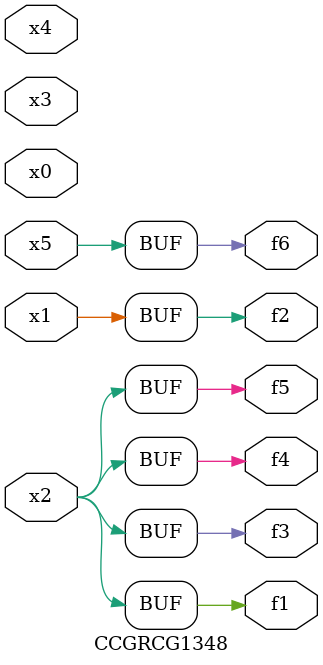
<source format=v>
module CCGRCG1348(
	input x0, x1, x2, x3, x4, x5,
	output f1, f2, f3, f4, f5, f6
);
	assign f1 = x2;
	assign f2 = x1;
	assign f3 = x2;
	assign f4 = x2;
	assign f5 = x2;
	assign f6 = x5;
endmodule

</source>
